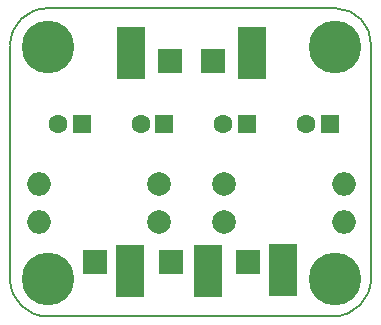
<source format=gts>
G04 #@! TF.FileFunction,Soldermask,Top*
%FSLAX46Y46*%
G04 Gerber Fmt 4.6, Leading zero omitted, Abs format (unit mm)*
G04 Created by KiCad (PCBNEW 4.0.7) date 10/31/19 18:50:43*
%MOMM*%
%LPD*%
G01*
G04 APERTURE LIST*
%ADD10C,0.100000*%
%ADD11C,0.150000*%
%ADD12R,2.100000X2.100000*%
%ADD13C,2.000000*%
%ADD14O,2.000000X2.000000*%
%ADD15R,2.400000X4.400000*%
%ADD16C,4.464000*%
%ADD17R,1.600000X1.600000*%
%ADD18C,1.600000*%
G04 APERTURE END LIST*
D10*
D11*
X157612000Y-82707000D02*
X182095000Y-82707000D01*
X157620000Y-108776000D02*
X181851000Y-108776000D01*
X154467000Y-105770000D02*
X154467000Y-85863000D01*
X185023000Y-85794000D02*
X185023000Y-105636000D01*
X154472000Y-105697000D02*
G75*
G03X157685000Y-108794000I3155000J58000D01*
G01*
X181849000Y-108789000D02*
G75*
G03X185035000Y-105603000I0J3186000D01*
G01*
X157628000Y-82710000D02*
G75*
G03X154479000Y-85819000I-20000J-3129000D01*
G01*
X185037000Y-85803000D02*
G75*
G03X182065000Y-82709000I-3033000J61000D01*
G01*
D12*
X161658000Y-104204000D03*
X168128000Y-104150000D03*
X174589000Y-104201000D03*
X171631000Y-87193000D03*
X168025000Y-87194000D03*
D13*
X172557000Y-100787000D03*
D14*
X182717000Y-100787000D03*
D13*
X172558000Y-97622000D03*
D14*
X182718000Y-97622000D03*
D13*
X167061000Y-100782000D03*
D14*
X156901000Y-100782000D03*
D13*
X167061000Y-97582000D03*
D14*
X156901000Y-97582000D03*
D15*
X164695000Y-86479000D03*
X174960000Y-86474000D03*
X164612000Y-104912000D03*
X171237000Y-104912000D03*
X177576000Y-104893000D03*
D16*
X157724000Y-85989000D03*
X181954000Y-85965000D03*
X157658000Y-105644000D03*
X181945000Y-105641000D03*
D17*
X174531000Y-92481000D03*
D18*
X172531000Y-92481000D03*
D17*
X181547000Y-92469000D03*
D18*
X179547000Y-92469000D03*
D17*
X160533000Y-92481000D03*
D18*
X158533000Y-92481000D03*
D17*
X167531000Y-92479000D03*
D18*
X165531000Y-92479000D03*
M02*

</source>
